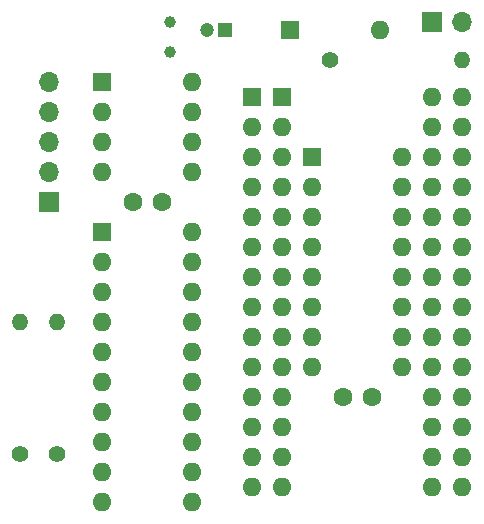
<source format=gts>
%TF.GenerationSoftware,KiCad,Pcbnew,8.0.8+1*%
%TF.CreationDate,2025-02-23T13:51:28+01:00*%
%TF.ProjectId,QL_Minerva_MK2,514c5f4d-696e-4657-9276-615f4d4b322e,0.0*%
%TF.SameCoordinates,Original*%
%TF.FileFunction,Soldermask,Top*%
%TF.FilePolarity,Negative*%
%FSLAX46Y46*%
G04 Gerber Fmt 4.6, Leading zero omitted, Abs format (unit mm)*
G04 Created by KiCad (PCBNEW 8.0.8+1) date 2025-02-23 13:51:28*
%MOMM*%
%LPD*%
G01*
G04 APERTURE LIST*
%ADD10R,1.600000X1.600000*%
%ADD11O,1.600000X1.600000*%
%ADD12C,1.600000*%
%ADD13C,1.000000*%
%ADD14R,1.700000X1.700000*%
%ADD15O,1.700000X1.700000*%
%ADD16C,1.400000*%
%ADD17O,1.400000X1.400000*%
%ADD18R,1.200000X1.200000*%
%ADD19C,1.200000*%
G04 APERTURE END LIST*
D10*
%TO.C,D1*%
X82550000Y-59055000D03*
D11*
X90170000Y-59055000D03*
%TD*%
D12*
%TO.C,C3*%
X71755000Y-73660000D03*
X69255000Y-73660000D03*
%TD*%
D13*
%TO.C,Y1*%
X72390000Y-58390000D03*
X72390000Y-60930000D03*
%TD*%
D10*
%TO.C,U4*%
X66675000Y-76200000D03*
D11*
X66675000Y-78740000D03*
X66675000Y-81280000D03*
X66675000Y-83820000D03*
X66675000Y-86360000D03*
X66675000Y-88900000D03*
X66675000Y-91440000D03*
X66675000Y-93980000D03*
X66675000Y-96520000D03*
X66675000Y-99060000D03*
X74295000Y-99060000D03*
X74295000Y-96520000D03*
X74295000Y-93980000D03*
X74295000Y-91440000D03*
X74295000Y-88900000D03*
X74295000Y-86360000D03*
X74295000Y-83820000D03*
X74295000Y-81280000D03*
X74295000Y-78740000D03*
X74295000Y-76200000D03*
%TD*%
D14*
%TO.C,J2*%
X62160000Y-73655000D03*
D15*
X62160000Y-71115000D03*
X62160000Y-68575000D03*
X62160000Y-66035000D03*
X62160000Y-63495000D03*
%TD*%
D10*
%TO.C,U2*%
X81910000Y-64780000D03*
D11*
X81910000Y-67320000D03*
X81910000Y-69860000D03*
X81910000Y-72400000D03*
X81910000Y-74940000D03*
X81910000Y-77480000D03*
X81910000Y-80020000D03*
X81910000Y-82560000D03*
X81910000Y-85100000D03*
X81910000Y-87640000D03*
X81910000Y-90180000D03*
X81910000Y-92720000D03*
X81910000Y-95260000D03*
X81910000Y-97800000D03*
X97150000Y-97800000D03*
X97150000Y-95260000D03*
X97150000Y-92720000D03*
X97150000Y-90180000D03*
X97150000Y-87640000D03*
X97150000Y-85100000D03*
X97150000Y-82560000D03*
X97150000Y-80020000D03*
X97150000Y-77480000D03*
X97150000Y-74940000D03*
X97150000Y-72400000D03*
X97150000Y-69860000D03*
X97150000Y-67320000D03*
X97150000Y-64780000D03*
%TD*%
D10*
%TO.C,U5*%
X84455000Y-69850000D03*
D11*
X84455000Y-72390000D03*
X84455000Y-74930000D03*
X84455000Y-77470000D03*
X84455000Y-80010000D03*
X84455000Y-82550000D03*
X84455000Y-85090000D03*
X84455000Y-87630000D03*
X92075000Y-87630000D03*
X92075000Y-85090000D03*
X92075000Y-82550000D03*
X92075000Y-80010000D03*
X92075000Y-77470000D03*
X92075000Y-74930000D03*
X92075000Y-72390000D03*
X92075000Y-69850000D03*
%TD*%
D14*
%TO.C,J1*%
X94615000Y-58420000D03*
D15*
X97155000Y-58420000D03*
%TD*%
D10*
%TO.C,U3*%
X66685000Y-63510000D03*
D11*
X66685000Y-66050000D03*
X66685000Y-68590000D03*
X66685000Y-71130000D03*
X74305000Y-71130000D03*
X74305000Y-68590000D03*
X74305000Y-66050000D03*
X74305000Y-63510000D03*
%TD*%
D10*
%TO.C,U1*%
X79375000Y-64770000D03*
D11*
X79375000Y-67310000D03*
X79375000Y-69850000D03*
X79375000Y-72390000D03*
X79375000Y-74930000D03*
X79375000Y-77470000D03*
X79375000Y-80010000D03*
X79375000Y-82550000D03*
X79375000Y-85090000D03*
X79375000Y-87630000D03*
X79375000Y-90170000D03*
X79375000Y-92710000D03*
X79375000Y-95250000D03*
X79375000Y-97790000D03*
X94615000Y-97790000D03*
X94615000Y-95250000D03*
X94615000Y-92710000D03*
X94615000Y-90170000D03*
X94615000Y-87630000D03*
X94615000Y-85090000D03*
X94615000Y-82550000D03*
X94615000Y-80010000D03*
X94615000Y-77470000D03*
X94615000Y-74930000D03*
X94615000Y-72390000D03*
X94615000Y-69850000D03*
X94615000Y-67310000D03*
X94615000Y-64770000D03*
%TD*%
D16*
%TO.C,R2*%
X59690000Y-94996000D03*
D17*
X59690000Y-83820000D03*
%TD*%
D12*
%TO.C,C2*%
X89515000Y-90170000D03*
X87015000Y-90170000D03*
%TD*%
D16*
%TO.C,R1*%
X62865000Y-94996000D03*
D17*
X62865000Y-83820000D03*
%TD*%
D18*
%TO.C,C1*%
X77065000Y-59055000D03*
D19*
X75565000Y-59055000D03*
%TD*%
D16*
%TO.C,R3*%
X85979000Y-61595000D03*
D17*
X97155000Y-61595000D03*
%TD*%
M02*

</source>
